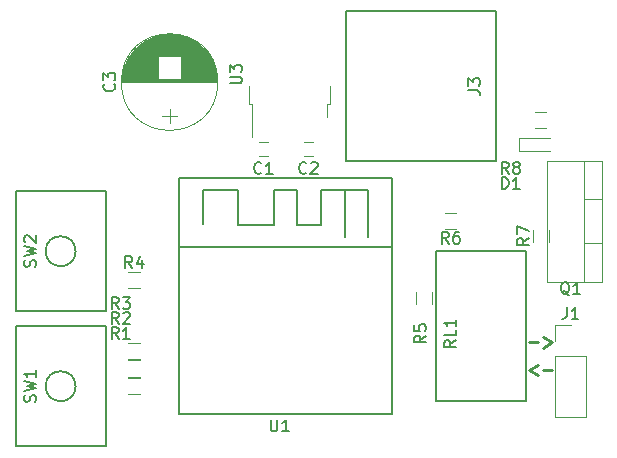
<source format=gbr>
G04 #@! TF.FileFunction,Legend,Top*
%FSLAX46Y46*%
G04 Gerber Fmt 4.6, Leading zero omitted, Abs format (unit mm)*
G04 Created by KiCad (PCBNEW 4.0.6) date 07/28/17 15:14:03*
%MOMM*%
%LPD*%
G01*
G04 APERTURE LIST*
%ADD10C,0.100000*%
%ADD11C,0.250000*%
%ADD12C,0.120000*%
%ADD13C,0.150000*%
G04 APERTURE END LIST*
D10*
D11*
X106410000Y-125622857D02*
X105648095Y-125622857D01*
X105171905Y-126051429D02*
X104410000Y-125622857D01*
X105171905Y-125194286D01*
X104410000Y-123297143D02*
X105171905Y-123297143D01*
X105648095Y-122868571D02*
X106410000Y-123297143D01*
X105648095Y-123725714D01*
D12*
X81590000Y-106350000D02*
X82290000Y-106350000D01*
X82290000Y-107550000D02*
X81590000Y-107550000D01*
X86100000Y-107550000D02*
X85400000Y-107550000D01*
X85400000Y-106350000D02*
X86100000Y-106350000D01*
X69950000Y-101250000D02*
X78050000Y-101250000D01*
X69950000Y-101210000D02*
X78050000Y-101210000D01*
X69950000Y-101170000D02*
X78050000Y-101170000D01*
X69951000Y-101130000D02*
X78049000Y-101130000D01*
X69953000Y-101090000D02*
X78047000Y-101090000D01*
X69954000Y-101050000D02*
X78046000Y-101050000D01*
X69957000Y-101010000D02*
X78043000Y-101010000D01*
X69959000Y-100970000D02*
X73020000Y-100970000D01*
X74980000Y-100970000D02*
X78041000Y-100970000D01*
X69962000Y-100930000D02*
X73020000Y-100930000D01*
X74980000Y-100930000D02*
X78038000Y-100930000D01*
X69965000Y-100890000D02*
X73020000Y-100890000D01*
X74980000Y-100890000D02*
X78035000Y-100890000D01*
X69969000Y-100850000D02*
X73020000Y-100850000D01*
X74980000Y-100850000D02*
X78031000Y-100850000D01*
X69973000Y-100810000D02*
X73020000Y-100810000D01*
X74980000Y-100810000D02*
X78027000Y-100810000D01*
X69978000Y-100770000D02*
X73020000Y-100770000D01*
X74980000Y-100770000D02*
X78022000Y-100770000D01*
X69983000Y-100730000D02*
X73020000Y-100730000D01*
X74980000Y-100730000D02*
X78017000Y-100730000D01*
X69988000Y-100690000D02*
X73020000Y-100690000D01*
X74980000Y-100690000D02*
X78012000Y-100690000D01*
X69994000Y-100650000D02*
X73020000Y-100650000D01*
X74980000Y-100650000D02*
X78006000Y-100650000D01*
X70000000Y-100610000D02*
X73020000Y-100610000D01*
X74980000Y-100610000D02*
X78000000Y-100610000D01*
X70006000Y-100570000D02*
X73020000Y-100570000D01*
X74980000Y-100570000D02*
X77994000Y-100570000D01*
X70013000Y-100529000D02*
X73020000Y-100529000D01*
X74980000Y-100529000D02*
X77987000Y-100529000D01*
X70021000Y-100489000D02*
X73020000Y-100489000D01*
X74980000Y-100489000D02*
X77979000Y-100489000D01*
X70029000Y-100449000D02*
X73020000Y-100449000D01*
X74980000Y-100449000D02*
X77971000Y-100449000D01*
X70037000Y-100409000D02*
X73020000Y-100409000D01*
X74980000Y-100409000D02*
X77963000Y-100409000D01*
X70045000Y-100369000D02*
X73020000Y-100369000D01*
X74980000Y-100369000D02*
X77955000Y-100369000D01*
X70054000Y-100329000D02*
X73020000Y-100329000D01*
X74980000Y-100329000D02*
X77946000Y-100329000D01*
X70064000Y-100289000D02*
X73020000Y-100289000D01*
X74980000Y-100289000D02*
X77936000Y-100289000D01*
X70074000Y-100249000D02*
X73020000Y-100249000D01*
X74980000Y-100249000D02*
X77926000Y-100249000D01*
X70084000Y-100209000D02*
X73020000Y-100209000D01*
X74980000Y-100209000D02*
X77916000Y-100209000D01*
X70095000Y-100169000D02*
X73020000Y-100169000D01*
X74980000Y-100169000D02*
X77905000Y-100169000D01*
X70106000Y-100129000D02*
X73020000Y-100129000D01*
X74980000Y-100129000D02*
X77894000Y-100129000D01*
X70117000Y-100089000D02*
X73020000Y-100089000D01*
X74980000Y-100089000D02*
X77883000Y-100089000D01*
X70130000Y-100049000D02*
X73020000Y-100049000D01*
X74980000Y-100049000D02*
X77870000Y-100049000D01*
X70142000Y-100009000D02*
X73020000Y-100009000D01*
X74980000Y-100009000D02*
X77858000Y-100009000D01*
X70155000Y-99969000D02*
X73020000Y-99969000D01*
X74980000Y-99969000D02*
X77845000Y-99969000D01*
X70168000Y-99929000D02*
X73020000Y-99929000D01*
X74980000Y-99929000D02*
X77832000Y-99929000D01*
X70182000Y-99889000D02*
X73020000Y-99889000D01*
X74980000Y-99889000D02*
X77818000Y-99889000D01*
X70197000Y-99849000D02*
X73020000Y-99849000D01*
X74980000Y-99849000D02*
X77803000Y-99849000D01*
X70211000Y-99809000D02*
X73020000Y-99809000D01*
X74980000Y-99809000D02*
X77789000Y-99809000D01*
X70227000Y-99769000D02*
X73020000Y-99769000D01*
X74980000Y-99769000D02*
X77773000Y-99769000D01*
X70242000Y-99729000D02*
X73020000Y-99729000D01*
X74980000Y-99729000D02*
X77758000Y-99729000D01*
X70259000Y-99689000D02*
X73020000Y-99689000D01*
X74980000Y-99689000D02*
X77741000Y-99689000D01*
X70275000Y-99649000D02*
X73020000Y-99649000D01*
X74980000Y-99649000D02*
X77725000Y-99649000D01*
X70293000Y-99609000D02*
X73020000Y-99609000D01*
X74980000Y-99609000D02*
X77707000Y-99609000D01*
X70310000Y-99569000D02*
X73020000Y-99569000D01*
X74980000Y-99569000D02*
X77690000Y-99569000D01*
X70329000Y-99529000D02*
X73020000Y-99529000D01*
X74980000Y-99529000D02*
X77671000Y-99529000D01*
X70348000Y-99489000D02*
X73020000Y-99489000D01*
X74980000Y-99489000D02*
X77652000Y-99489000D01*
X70367000Y-99449000D02*
X73020000Y-99449000D01*
X74980000Y-99449000D02*
X77633000Y-99449000D01*
X70387000Y-99409000D02*
X73020000Y-99409000D01*
X74980000Y-99409000D02*
X77613000Y-99409000D01*
X70407000Y-99369000D02*
X73020000Y-99369000D01*
X74980000Y-99369000D02*
X77593000Y-99369000D01*
X70428000Y-99329000D02*
X73020000Y-99329000D01*
X74980000Y-99329000D02*
X77572000Y-99329000D01*
X70450000Y-99289000D02*
X73020000Y-99289000D01*
X74980000Y-99289000D02*
X77550000Y-99289000D01*
X70472000Y-99249000D02*
X73020000Y-99249000D01*
X74980000Y-99249000D02*
X77528000Y-99249000D01*
X70495000Y-99209000D02*
X73020000Y-99209000D01*
X74980000Y-99209000D02*
X77505000Y-99209000D01*
X70518000Y-99169000D02*
X73020000Y-99169000D01*
X74980000Y-99169000D02*
X77482000Y-99169000D01*
X70542000Y-99129000D02*
X73020000Y-99129000D01*
X74980000Y-99129000D02*
X77458000Y-99129000D01*
X70566000Y-99089000D02*
X73020000Y-99089000D01*
X74980000Y-99089000D02*
X77434000Y-99089000D01*
X70592000Y-99049000D02*
X73020000Y-99049000D01*
X74980000Y-99049000D02*
X77408000Y-99049000D01*
X70617000Y-99009000D02*
X77383000Y-99009000D01*
X70644000Y-98969000D02*
X77356000Y-98969000D01*
X70671000Y-98929000D02*
X77329000Y-98929000D01*
X70699000Y-98889000D02*
X77301000Y-98889000D01*
X70728000Y-98849000D02*
X77272000Y-98849000D01*
X70757000Y-98809000D02*
X77243000Y-98809000D01*
X70787000Y-98769000D02*
X77213000Y-98769000D01*
X70818000Y-98729000D02*
X77182000Y-98729000D01*
X70850000Y-98689000D02*
X77150000Y-98689000D01*
X70882000Y-98649000D02*
X77118000Y-98649000D01*
X70916000Y-98609000D02*
X77084000Y-98609000D01*
X70950000Y-98569000D02*
X77050000Y-98569000D01*
X70985000Y-98529000D02*
X77015000Y-98529000D01*
X71021000Y-98489000D02*
X76979000Y-98489000D01*
X71058000Y-98449000D02*
X76942000Y-98449000D01*
X71096000Y-98409000D02*
X76904000Y-98409000D01*
X71135000Y-98369000D02*
X76865000Y-98369000D01*
X71176000Y-98329000D02*
X76824000Y-98329000D01*
X71217000Y-98289000D02*
X76783000Y-98289000D01*
X71260000Y-98249000D02*
X76740000Y-98249000D01*
X71303000Y-98209000D02*
X76697000Y-98209000D01*
X71348000Y-98169000D02*
X76652000Y-98169000D01*
X71395000Y-98129000D02*
X76605000Y-98129000D01*
X71443000Y-98089000D02*
X76557000Y-98089000D01*
X71492000Y-98049000D02*
X76508000Y-98049000D01*
X71543000Y-98009000D02*
X76457000Y-98009000D01*
X71596000Y-97969000D02*
X76404000Y-97969000D01*
X71651000Y-97929000D02*
X76349000Y-97929000D01*
X71707000Y-97889000D02*
X76293000Y-97889000D01*
X71766000Y-97849000D02*
X76234000Y-97849000D01*
X71827000Y-97809000D02*
X76173000Y-97809000D01*
X71891000Y-97769000D02*
X76109000Y-97769000D01*
X71957000Y-97729000D02*
X76043000Y-97729000D01*
X72026000Y-97689000D02*
X75974000Y-97689000D01*
X72098000Y-97649000D02*
X75902000Y-97649000D01*
X72174000Y-97609000D02*
X75826000Y-97609000D01*
X72255000Y-97569000D02*
X75745000Y-97569000D01*
X72340000Y-97529000D02*
X75660000Y-97529000D01*
X72430000Y-97489000D02*
X75570000Y-97489000D01*
X72527000Y-97449000D02*
X75473000Y-97449000D01*
X72631000Y-97409000D02*
X75369000Y-97409000D01*
X72746000Y-97369000D02*
X75254000Y-97369000D01*
X72873000Y-97329000D02*
X75127000Y-97329000D01*
X73017000Y-97289000D02*
X74983000Y-97289000D01*
X73186000Y-97249000D02*
X74814000Y-97249000D01*
X73402000Y-97209000D02*
X74598000Y-97209000D01*
X73754000Y-97169000D02*
X74246000Y-97169000D01*
X74000000Y-104700000D02*
X74000000Y-103500000D01*
X73350000Y-104100000D02*
X74650000Y-104100000D01*
X78090000Y-101250000D02*
G75*
G03X78090000Y-101250000I-4090000J0D01*
G01*
X103600000Y-105950000D02*
X103600000Y-107050000D01*
X103600000Y-107050000D02*
X106200000Y-107050000D01*
X103600000Y-105950000D02*
X106200000Y-105950000D01*
X106620000Y-124460000D02*
X106620000Y-129600000D01*
X106620000Y-129600000D02*
X109280000Y-129600000D01*
X109280000Y-129600000D02*
X109280000Y-124460000D01*
X109280000Y-124460000D02*
X106620000Y-124460000D01*
X106620000Y-123190000D02*
X106620000Y-121860000D01*
X106620000Y-121860000D02*
X107950000Y-121860000D01*
D13*
X88900000Y-107950000D02*
X101600000Y-107950000D01*
X88900000Y-95250000D02*
X88900000Y-107950000D01*
X101600000Y-95250000D02*
X88900000Y-95250000D01*
X101600000Y-107950000D02*
X101600000Y-95250000D01*
D12*
X110570000Y-107910000D02*
X110570000Y-118150000D01*
X105929000Y-107910000D02*
X105929000Y-118150000D01*
X110570000Y-107910000D02*
X105929000Y-107910000D01*
X110570000Y-118150000D02*
X105929000Y-118150000D01*
X109060000Y-107910000D02*
X109060000Y-118150000D01*
X110570000Y-111180000D02*
X109060000Y-111180000D01*
X110570000Y-114881000D02*
X109060000Y-114881000D01*
X71500000Y-127680000D02*
X70500000Y-127680000D01*
X70500000Y-126320000D02*
X71500000Y-126320000D01*
X71500000Y-126180000D02*
X70500000Y-126180000D01*
X70500000Y-124820000D02*
X71500000Y-124820000D01*
X70500000Y-123320000D02*
X71500000Y-123320000D01*
X71500000Y-124680000D02*
X70500000Y-124680000D01*
X71500000Y-118680000D02*
X70500000Y-118680000D01*
X70500000Y-117320000D02*
X71500000Y-117320000D01*
X94820000Y-120000000D02*
X94820000Y-119000000D01*
X96180000Y-119000000D02*
X96180000Y-120000000D01*
X97290000Y-112350000D02*
X98290000Y-112350000D01*
X98290000Y-113710000D02*
X97290000Y-113710000D01*
X106090000Y-113800000D02*
X106090000Y-114800000D01*
X104730000Y-114800000D02*
X104730000Y-113800000D01*
X105900000Y-105180000D02*
X104900000Y-105180000D01*
X104900000Y-103820000D02*
X105900000Y-103820000D01*
D13*
X96520000Y-128270000D02*
X104140000Y-128270000D01*
X96520000Y-115570000D02*
X96520000Y-128270000D01*
X104140000Y-115570000D02*
X96520000Y-115570000D01*
X104140000Y-128270000D02*
X104140000Y-115570000D01*
X66040000Y-127000000D02*
G75*
G03X66040000Y-127000000I-1270000J0D01*
G01*
X60960000Y-132080000D02*
X68580000Y-132080000D01*
X60960000Y-121920000D02*
X60960000Y-132080000D01*
X68580000Y-121920000D02*
X60960000Y-121920000D01*
X68580000Y-132080000D02*
X68580000Y-121920000D01*
X66040000Y-115570000D02*
G75*
G03X66040000Y-115570000I-1270000J0D01*
G01*
X60960000Y-120650000D02*
X68580000Y-120650000D01*
X60960000Y-110490000D02*
X60960000Y-120650000D01*
X68580000Y-110490000D02*
X60960000Y-110490000D01*
X68580000Y-120650000D02*
X68580000Y-110490000D01*
X88820000Y-114380000D02*
X88820000Y-110380000D01*
X90820000Y-110380000D02*
X90820000Y-114380000D01*
X86820000Y-110380000D02*
X90820000Y-110380000D01*
X86820000Y-113380000D02*
X86820000Y-110380000D01*
X84820000Y-113380000D02*
X86820000Y-113380000D01*
X84820000Y-110380000D02*
X84820000Y-113380000D01*
X82820000Y-110380000D02*
X84820000Y-110380000D01*
X82820000Y-113380000D02*
X82820000Y-110380000D01*
X79820000Y-113380000D02*
X82820000Y-113380000D01*
X79820000Y-110380000D02*
X79820000Y-113380000D01*
X76820000Y-110380000D02*
X79820000Y-110380000D01*
X76820000Y-113280000D02*
X76820000Y-110380000D01*
X92820000Y-115180000D02*
X74820000Y-115180000D01*
X74820000Y-129380000D02*
X92820000Y-129380000D01*
X74820000Y-109380000D02*
X74820000Y-129380000D01*
X92820000Y-109380000D02*
X92820000Y-129380000D01*
X74820000Y-109380000D02*
X92820000Y-109380000D01*
D12*
X80710000Y-101570000D02*
X80710000Y-103070000D01*
X80710000Y-103070000D02*
X80980000Y-103070000D01*
X80980000Y-103070000D02*
X80980000Y-105900000D01*
X87610000Y-101570000D02*
X87610000Y-103070000D01*
X87610000Y-103070000D02*
X87340000Y-103070000D01*
X87340000Y-103070000D02*
X87340000Y-104170000D01*
D13*
X81773334Y-108942143D02*
X81725715Y-108989762D01*
X81582858Y-109037381D01*
X81487620Y-109037381D01*
X81344762Y-108989762D01*
X81249524Y-108894524D01*
X81201905Y-108799286D01*
X81154286Y-108608810D01*
X81154286Y-108465952D01*
X81201905Y-108275476D01*
X81249524Y-108180238D01*
X81344762Y-108085000D01*
X81487620Y-108037381D01*
X81582858Y-108037381D01*
X81725715Y-108085000D01*
X81773334Y-108132619D01*
X82725715Y-109037381D02*
X82154286Y-109037381D01*
X82440000Y-109037381D02*
X82440000Y-108037381D01*
X82344762Y-108180238D01*
X82249524Y-108275476D01*
X82154286Y-108323095D01*
X85583334Y-108942143D02*
X85535715Y-108989762D01*
X85392858Y-109037381D01*
X85297620Y-109037381D01*
X85154762Y-108989762D01*
X85059524Y-108894524D01*
X85011905Y-108799286D01*
X84964286Y-108608810D01*
X84964286Y-108465952D01*
X85011905Y-108275476D01*
X85059524Y-108180238D01*
X85154762Y-108085000D01*
X85297620Y-108037381D01*
X85392858Y-108037381D01*
X85535715Y-108085000D01*
X85583334Y-108132619D01*
X85964286Y-108132619D02*
X86011905Y-108085000D01*
X86107143Y-108037381D01*
X86345239Y-108037381D01*
X86440477Y-108085000D01*
X86488096Y-108132619D01*
X86535715Y-108227857D01*
X86535715Y-108323095D01*
X86488096Y-108465952D01*
X85916667Y-109037381D01*
X86535715Y-109037381D01*
X69297143Y-101416666D02*
X69344762Y-101464285D01*
X69392381Y-101607142D01*
X69392381Y-101702380D01*
X69344762Y-101845238D01*
X69249524Y-101940476D01*
X69154286Y-101988095D01*
X68963810Y-102035714D01*
X68820952Y-102035714D01*
X68630476Y-101988095D01*
X68535238Y-101940476D01*
X68440000Y-101845238D01*
X68392381Y-101702380D01*
X68392381Y-101607142D01*
X68440000Y-101464285D01*
X68487619Y-101416666D01*
X68392381Y-101083333D02*
X68392381Y-100464285D01*
X68773333Y-100797619D01*
X68773333Y-100654761D01*
X68820952Y-100559523D01*
X68868571Y-100511904D01*
X68963810Y-100464285D01*
X69201905Y-100464285D01*
X69297143Y-100511904D01*
X69344762Y-100559523D01*
X69392381Y-100654761D01*
X69392381Y-100940476D01*
X69344762Y-101035714D01*
X69297143Y-101083333D01*
X102131905Y-110307381D02*
X102131905Y-109307381D01*
X102370000Y-109307381D01*
X102512858Y-109355000D01*
X102608096Y-109450238D01*
X102655715Y-109545476D01*
X102703334Y-109735952D01*
X102703334Y-109878810D01*
X102655715Y-110069286D01*
X102608096Y-110164524D01*
X102512858Y-110259762D01*
X102370000Y-110307381D01*
X102131905Y-110307381D01*
X103655715Y-110307381D02*
X103084286Y-110307381D01*
X103370000Y-110307381D02*
X103370000Y-109307381D01*
X103274762Y-109450238D01*
X103179524Y-109545476D01*
X103084286Y-109593095D01*
X107616667Y-120312381D02*
X107616667Y-121026667D01*
X107569047Y-121169524D01*
X107473809Y-121264762D01*
X107330952Y-121312381D01*
X107235714Y-121312381D01*
X108616667Y-121312381D02*
X108045238Y-121312381D01*
X108330952Y-121312381D02*
X108330952Y-120312381D01*
X108235714Y-120455238D01*
X108140476Y-120550476D01*
X108045238Y-120598095D01*
X99282381Y-101933333D02*
X99996667Y-101933333D01*
X100139524Y-101980953D01*
X100234762Y-102076191D01*
X100282381Y-102219048D01*
X100282381Y-102314286D01*
X99282381Y-101552381D02*
X99282381Y-100933333D01*
X99663333Y-101266667D01*
X99663333Y-101123809D01*
X99710952Y-101028571D01*
X99758571Y-100980952D01*
X99853810Y-100933333D01*
X100091905Y-100933333D01*
X100187143Y-100980952D01*
X100234762Y-101028571D01*
X100282381Y-101123809D01*
X100282381Y-101409524D01*
X100234762Y-101504762D01*
X100187143Y-101552381D01*
X107854762Y-119292619D02*
X107759524Y-119245000D01*
X107664286Y-119149762D01*
X107521429Y-119006905D01*
X107426190Y-118959286D01*
X107330952Y-118959286D01*
X107378571Y-119197381D02*
X107283333Y-119149762D01*
X107188095Y-119054524D01*
X107140476Y-118864048D01*
X107140476Y-118530714D01*
X107188095Y-118340238D01*
X107283333Y-118245000D01*
X107378571Y-118197381D01*
X107569048Y-118197381D01*
X107664286Y-118245000D01*
X107759524Y-118340238D01*
X107807143Y-118530714D01*
X107807143Y-118864048D01*
X107759524Y-119054524D01*
X107664286Y-119149762D01*
X107569048Y-119197381D01*
X107378571Y-119197381D01*
X108759524Y-119197381D02*
X108188095Y-119197381D01*
X108473809Y-119197381D02*
X108473809Y-118197381D01*
X108378571Y-118340238D01*
X108283333Y-118435476D01*
X108188095Y-118483095D01*
X69683334Y-123007381D02*
X69350000Y-122531190D01*
X69111905Y-123007381D02*
X69111905Y-122007381D01*
X69492858Y-122007381D01*
X69588096Y-122055000D01*
X69635715Y-122102619D01*
X69683334Y-122197857D01*
X69683334Y-122340714D01*
X69635715Y-122435952D01*
X69588096Y-122483571D01*
X69492858Y-122531190D01*
X69111905Y-122531190D01*
X70635715Y-123007381D02*
X70064286Y-123007381D01*
X70350000Y-123007381D02*
X70350000Y-122007381D01*
X70254762Y-122150238D01*
X70159524Y-122245476D01*
X70064286Y-122293095D01*
X69683334Y-121737381D02*
X69350000Y-121261190D01*
X69111905Y-121737381D02*
X69111905Y-120737381D01*
X69492858Y-120737381D01*
X69588096Y-120785000D01*
X69635715Y-120832619D01*
X69683334Y-120927857D01*
X69683334Y-121070714D01*
X69635715Y-121165952D01*
X69588096Y-121213571D01*
X69492858Y-121261190D01*
X69111905Y-121261190D01*
X70064286Y-120832619D02*
X70111905Y-120785000D01*
X70207143Y-120737381D01*
X70445239Y-120737381D01*
X70540477Y-120785000D01*
X70588096Y-120832619D01*
X70635715Y-120927857D01*
X70635715Y-121023095D01*
X70588096Y-121165952D01*
X70016667Y-121737381D01*
X70635715Y-121737381D01*
X69683334Y-120467381D02*
X69350000Y-119991190D01*
X69111905Y-120467381D02*
X69111905Y-119467381D01*
X69492858Y-119467381D01*
X69588096Y-119515000D01*
X69635715Y-119562619D01*
X69683334Y-119657857D01*
X69683334Y-119800714D01*
X69635715Y-119895952D01*
X69588096Y-119943571D01*
X69492858Y-119991190D01*
X69111905Y-119991190D01*
X70016667Y-119467381D02*
X70635715Y-119467381D01*
X70302381Y-119848333D01*
X70445239Y-119848333D01*
X70540477Y-119895952D01*
X70588096Y-119943571D01*
X70635715Y-120038810D01*
X70635715Y-120276905D01*
X70588096Y-120372143D01*
X70540477Y-120419762D01*
X70445239Y-120467381D01*
X70159524Y-120467381D01*
X70064286Y-120419762D01*
X70016667Y-120372143D01*
X70833334Y-117002381D02*
X70500000Y-116526190D01*
X70261905Y-117002381D02*
X70261905Y-116002381D01*
X70642858Y-116002381D01*
X70738096Y-116050000D01*
X70785715Y-116097619D01*
X70833334Y-116192857D01*
X70833334Y-116335714D01*
X70785715Y-116430952D01*
X70738096Y-116478571D01*
X70642858Y-116526190D01*
X70261905Y-116526190D01*
X71690477Y-116335714D02*
X71690477Y-117002381D01*
X71452381Y-115954762D02*
X71214286Y-116669048D01*
X71833334Y-116669048D01*
X95702381Y-122721666D02*
X95226190Y-123055000D01*
X95702381Y-123293095D02*
X94702381Y-123293095D01*
X94702381Y-122912142D01*
X94750000Y-122816904D01*
X94797619Y-122769285D01*
X94892857Y-122721666D01*
X95035714Y-122721666D01*
X95130952Y-122769285D01*
X95178571Y-122816904D01*
X95226190Y-122912142D01*
X95226190Y-123293095D01*
X94702381Y-121816904D02*
X94702381Y-122293095D01*
X95178571Y-122340714D01*
X95130952Y-122293095D01*
X95083333Y-122197857D01*
X95083333Y-121959761D01*
X95130952Y-121864523D01*
X95178571Y-121816904D01*
X95273810Y-121769285D01*
X95511905Y-121769285D01*
X95607143Y-121816904D01*
X95654762Y-121864523D01*
X95702381Y-121959761D01*
X95702381Y-122197857D01*
X95654762Y-122293095D01*
X95607143Y-122340714D01*
X97623334Y-114932381D02*
X97290000Y-114456190D01*
X97051905Y-114932381D02*
X97051905Y-113932381D01*
X97432858Y-113932381D01*
X97528096Y-113980000D01*
X97575715Y-114027619D01*
X97623334Y-114122857D01*
X97623334Y-114265714D01*
X97575715Y-114360952D01*
X97528096Y-114408571D01*
X97432858Y-114456190D01*
X97051905Y-114456190D01*
X98480477Y-113932381D02*
X98290000Y-113932381D01*
X98194762Y-113980000D01*
X98147143Y-114027619D01*
X98051905Y-114170476D01*
X98004286Y-114360952D01*
X98004286Y-114741905D01*
X98051905Y-114837143D01*
X98099524Y-114884762D01*
X98194762Y-114932381D01*
X98385239Y-114932381D01*
X98480477Y-114884762D01*
X98528096Y-114837143D01*
X98575715Y-114741905D01*
X98575715Y-114503810D01*
X98528096Y-114408571D01*
X98480477Y-114360952D01*
X98385239Y-114313333D01*
X98194762Y-114313333D01*
X98099524Y-114360952D01*
X98051905Y-114408571D01*
X98004286Y-114503810D01*
X104412381Y-114466666D02*
X103936190Y-114800000D01*
X104412381Y-115038095D02*
X103412381Y-115038095D01*
X103412381Y-114657142D01*
X103460000Y-114561904D01*
X103507619Y-114514285D01*
X103602857Y-114466666D01*
X103745714Y-114466666D01*
X103840952Y-114514285D01*
X103888571Y-114561904D01*
X103936190Y-114657142D01*
X103936190Y-115038095D01*
X103412381Y-114133333D02*
X103412381Y-113466666D01*
X104412381Y-113895238D01*
X102703334Y-109037381D02*
X102370000Y-108561190D01*
X102131905Y-109037381D02*
X102131905Y-108037381D01*
X102512858Y-108037381D01*
X102608096Y-108085000D01*
X102655715Y-108132619D01*
X102703334Y-108227857D01*
X102703334Y-108370714D01*
X102655715Y-108465952D01*
X102608096Y-108513571D01*
X102512858Y-108561190D01*
X102131905Y-108561190D01*
X103274762Y-108465952D02*
X103179524Y-108418333D01*
X103131905Y-108370714D01*
X103084286Y-108275476D01*
X103084286Y-108227857D01*
X103131905Y-108132619D01*
X103179524Y-108085000D01*
X103274762Y-108037381D01*
X103465239Y-108037381D01*
X103560477Y-108085000D01*
X103608096Y-108132619D01*
X103655715Y-108227857D01*
X103655715Y-108275476D01*
X103608096Y-108370714D01*
X103560477Y-108418333D01*
X103465239Y-108465952D01*
X103274762Y-108465952D01*
X103179524Y-108513571D01*
X103131905Y-108561190D01*
X103084286Y-108656429D01*
X103084286Y-108846905D01*
X103131905Y-108942143D01*
X103179524Y-108989762D01*
X103274762Y-109037381D01*
X103465239Y-109037381D01*
X103560477Y-108989762D01*
X103608096Y-108942143D01*
X103655715Y-108846905D01*
X103655715Y-108656429D01*
X103608096Y-108561190D01*
X103560477Y-108513571D01*
X103465239Y-108465952D01*
X98242381Y-123126428D02*
X97766190Y-123459762D01*
X98242381Y-123697857D02*
X97242381Y-123697857D01*
X97242381Y-123316904D01*
X97290000Y-123221666D01*
X97337619Y-123174047D01*
X97432857Y-123126428D01*
X97575714Y-123126428D01*
X97670952Y-123174047D01*
X97718571Y-123221666D01*
X97766190Y-123316904D01*
X97766190Y-123697857D01*
X98242381Y-122221666D02*
X98242381Y-122697857D01*
X97242381Y-122697857D01*
X98242381Y-121364523D02*
X98242381Y-121935952D01*
X98242381Y-121650238D02*
X97242381Y-121650238D01*
X97385238Y-121745476D01*
X97480476Y-121840714D01*
X97528095Y-121935952D01*
X62634762Y-128333333D02*
X62682381Y-128190476D01*
X62682381Y-127952380D01*
X62634762Y-127857142D01*
X62587143Y-127809523D01*
X62491905Y-127761904D01*
X62396667Y-127761904D01*
X62301429Y-127809523D01*
X62253810Y-127857142D01*
X62206190Y-127952380D01*
X62158571Y-128142857D01*
X62110952Y-128238095D01*
X62063333Y-128285714D01*
X61968095Y-128333333D01*
X61872857Y-128333333D01*
X61777619Y-128285714D01*
X61730000Y-128238095D01*
X61682381Y-128142857D01*
X61682381Y-127904761D01*
X61730000Y-127761904D01*
X61682381Y-127428571D02*
X62682381Y-127190476D01*
X61968095Y-126999999D01*
X62682381Y-126809523D01*
X61682381Y-126571428D01*
X62682381Y-125666666D02*
X62682381Y-126238095D01*
X62682381Y-125952381D02*
X61682381Y-125952381D01*
X61825238Y-126047619D01*
X61920476Y-126142857D01*
X61968095Y-126238095D01*
X62634762Y-116903333D02*
X62682381Y-116760476D01*
X62682381Y-116522380D01*
X62634762Y-116427142D01*
X62587143Y-116379523D01*
X62491905Y-116331904D01*
X62396667Y-116331904D01*
X62301429Y-116379523D01*
X62253810Y-116427142D01*
X62206190Y-116522380D01*
X62158571Y-116712857D01*
X62110952Y-116808095D01*
X62063333Y-116855714D01*
X61968095Y-116903333D01*
X61872857Y-116903333D01*
X61777619Y-116855714D01*
X61730000Y-116808095D01*
X61682381Y-116712857D01*
X61682381Y-116474761D01*
X61730000Y-116331904D01*
X61682381Y-115998571D02*
X62682381Y-115760476D01*
X61968095Y-115569999D01*
X62682381Y-115379523D01*
X61682381Y-115141428D01*
X61777619Y-114808095D02*
X61730000Y-114760476D01*
X61682381Y-114665238D01*
X61682381Y-114427142D01*
X61730000Y-114331904D01*
X61777619Y-114284285D01*
X61872857Y-114236666D01*
X61968095Y-114236666D01*
X62110952Y-114284285D01*
X62682381Y-114855714D01*
X62682381Y-114236666D01*
X82558095Y-129832381D02*
X82558095Y-130641905D01*
X82605714Y-130737143D01*
X82653333Y-130784762D01*
X82748571Y-130832381D01*
X82939048Y-130832381D01*
X83034286Y-130784762D01*
X83081905Y-130737143D01*
X83129524Y-130641905D01*
X83129524Y-129832381D01*
X84129524Y-130832381D02*
X83558095Y-130832381D01*
X83843809Y-130832381D02*
X83843809Y-129832381D01*
X83748571Y-129975238D01*
X83653333Y-130070476D01*
X83558095Y-130118095D01*
X79112381Y-101361905D02*
X79921905Y-101361905D01*
X80017143Y-101314286D01*
X80064762Y-101266667D01*
X80112381Y-101171429D01*
X80112381Y-100980952D01*
X80064762Y-100885714D01*
X80017143Y-100838095D01*
X79921905Y-100790476D01*
X79112381Y-100790476D01*
X79112381Y-100409524D02*
X79112381Y-99790476D01*
X79493333Y-100123810D01*
X79493333Y-99980952D01*
X79540952Y-99885714D01*
X79588571Y-99838095D01*
X79683810Y-99790476D01*
X79921905Y-99790476D01*
X80017143Y-99838095D01*
X80064762Y-99885714D01*
X80112381Y-99980952D01*
X80112381Y-100266667D01*
X80064762Y-100361905D01*
X80017143Y-100409524D01*
M02*

</source>
